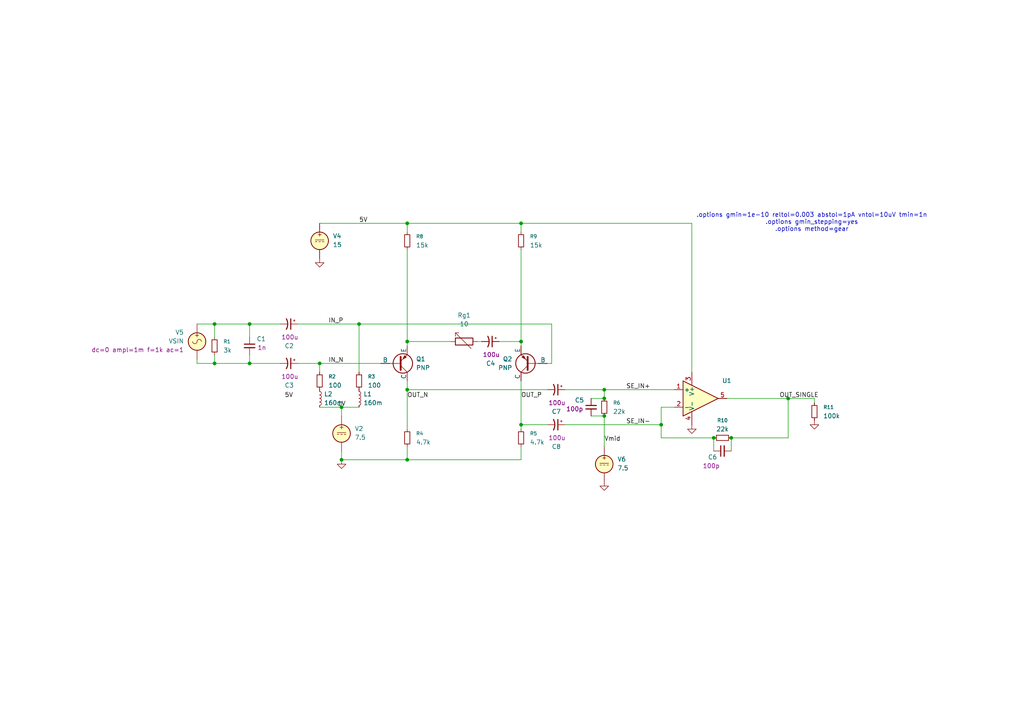
<source format=kicad_sch>
(kicad_sch (version 20250114) (generator "eeschema") (generator_version "9.0")
  (paper "A4")
  (lib_symbols
    (symbol "Device:L_Small" (pin_numbers (hide yes)) (pin_names (offset 0.254) (hide yes))
      (property "Reference" "L" (at 0.762 1.016 0))
      (property "Value" "L_Small" (at 0.762 -1.016 0))
      (symbol "L_Small_0_1"
        (arc (start 0 2.032) (mid 0.5058 1.524) (end 0 1.016))
        (arc (start 0 1.016) (mid 0.5058 0.508) (end 0 0))
        (arc (start 0 0) (mid 0.5058 -0.508) (end 0 -1.016))
        (arc (start 0 -1.016) (mid 0.5058 -1.524) (end 0 -2.032))
      )
      (symbol "L_Small_1_1"
        (pin passive line (at 0 2.54 270) (length 0.508) (name "~") (number "1"))
        (pin passive line (at 0 -2.54 90) (length 0.508) (name "~") (number "2"))
      )
    )
    (symbol "Device:R_Small" (pin_numbers (hide yes)) (pin_names (offset 0.254) (hide yes))
      (property "Reference" "R" (at 0 0 90))
      (property "Value" "R_Small" (at 1.778 0 90))
      (symbol "R_Small_0_1"
        (rectangle (start -0.762 1.778) (end 0.762 -1.778) (stroke (width 0.2032)))
      )
      (symbol "R_Small_1_1"
        (pin passive line (at 0 2.54 270) (length 0.762) (name "~") (number "1"))
        (pin passive line (at 0 -2.54 90) (length 0.762) (name "~") (number "2"))
      )
    )
    (symbol "Device:R_Variable" (pin_numbers (hide yes)) (pin_names (offset 0))
      (property "Reference" "R" (at 2.54 -2.54 90))
      (property "Value" "R_Variable" (at -2.54 -1.27 90))
      (symbol "R_Variable_0_1"
        (rectangle (start -1.016 -2.54) (end 1.016 2.54) (stroke (width 0.254)))
        (polyline (pts (xy 2.54 1.524) (xy 2.54 2.54) (xy 1.524 2.54) (xy 2.54 2.54) (xy -2.032 -2.032)))
      )
      (symbol "R_Variable_1_1"
        (pin passive line (at 0 3.81 270) (length 1.27) (name "~") (number "1"))
        (pin passive line (at 0 -3.81 90) (length 1.27) (name "~") (number "2"))
      )
    )
    (symbol "PCM_SparkFun-Capacitor:C_Polarized_Small" (pin_numbers (hide yes)) (pin_names (offset 0.254) (hide yes))
      (property "Reference" "C" (at 0.635 2.54 0))
      (property "Value" "C_Polarized_Small" (at 0.635 -2.54 0))
      (property "Voltage" "1kV" (at 0 -7.62 0))
      (property "Tolerance" "100%" (at 0 -10.16 0))
      (symbol "C_Polarized_Small_0_1"
        (polyline (pts (xy -1.524 0.508) (xy 1.524 0.508)) (stroke (width 0.3048)))
        (polyline (pts (xy -1.27 1.524) (xy -0.762 1.524)))
        (polyline (pts (xy -1.016 1.27) (xy -1.016 1.778)))
        (arc (start -1.524 -0.762) (mid 0 -0.3734) (end 1.524 -0.762) (stroke (width 0.3048)))
      )
      (symbol "C_Polarized_Small_1_1"
        (pin passive line (at 0 2.54 270) (length 2.032) (name "~") (number "1"))
        (pin passive line (at 0 -2.54 90) (length 2.032) (name "~") (number "2"))
      )
    )
    (symbol "PCM_SparkFun-Capacitor:C_Small" (pin_numbers (hide yes)) (pin_names (offset 0.254))
      (property "Reference" "C" (at 0.635 2.54 0))
      (property "Value" "C_Small" (at 0.635 -2.54 0))
      (property "Voltage" "1kV" (at 0 -6.35 0))
      (property "Tolerance" "100%" (at 0 -8.89 0))
      (symbol "C_Small_0_1"
        (polyline (pts (xy -1.524 0.508) (xy 1.524 0.508)) (stroke (width 0.3048)))
        (polyline (pts (xy -1.524 -0.508) (xy 1.524 -0.508)) (stroke (width 0.3302)))
      )
      (symbol "C_Small_1_1"
        (pin passive line (at 0 2.54 270) (length 2.032) (name "~") (number "1"))
        (pin passive line (at 0 -2.54 90) (length 2.032) (name "~") (number "2"))
      )
    )
    (symbol "Simulation_SPICE:OPAMP" (pin_names (offset 0.254))
      (property "Reference" "U" (at 3.81 3.175 0))
      (property "Value" "${SIM.PARAMS}" (at 3.81 -3.175 0))
      (symbol "OPAMP_0_1"
        (polyline (pts (xy 5.08 0) (xy -5.08 5.08) (xy -5.08 -5.08) (xy 5.08 0)) (stroke (width 0.254)) (fill (type background)))
      )
      (symbol "OPAMP_1_1"
        (pin input line (at -7.62 2.54 0) (length 2.54) (name "+") (number "1"))
        (pin input line (at -7.62 -2.54 0) (length 2.54) (name "-") (number "2"))
        (pin power_in line (at -2.54 7.62 270) (length 3.81) (name "V+") (number "3"))
        (pin power_in line (at -2.54 -7.62 90) (length 3.81) (name "V-") (number "4"))
        (pin output line (at 7.62 0 180) (length 2.54) (name "~") (number "5"))
      )
    )
    (symbol "Simulation_SPICE:PNP" (pin_numbers (hide yes)) (pin_names (offset 0))
      (property "Reference" "Q" (at -2.54 7.62 0))
      (property "Value" "PNP" (at -2.54 5.08 0))
      (symbol "PNP_0_1"
        (polyline (pts (xy -2.54 0) (xy 0.635 0)) (stroke (width 0.1524)))
        (polyline (pts (xy 0.635 1.905) (xy 0.635 -1.905) (xy 0.635 -1.905)) (stroke (width 0.508)))
        (polyline (pts (xy 0.635 0.635) (xy 2.54 2.54)))
        (polyline (pts (xy 0.635 -0.635) (xy 2.54 -2.54) (xy 2.54 -2.54)))
        (circle (center 1.27 0) (radius 2.8194) (stroke (width 0.254)))
        (polyline (pts (xy 2.286 -1.778) (xy 1.778 -2.286) (xy 1.27 -1.27) (xy 2.286 -1.778) (xy 2.286 -1.778)) (fill (type outline)))
      )
      (symbol "PNP_1_1"
        (pin input line (at -5.08 0 0) (length 2.54) (name "B") (number "2"))
        (pin open_collector line (at 2.54 5.08 270) (length 2.54) (name "C") (number "1"))
        (pin open_emitter line (at 2.54 -5.08 90) (length 2.54) (name "E") (number "3"))
      )
    )
    (symbol "Simulation_SPICE:VDC" (pin_numbers (hide yes)) (pin_names (offset 0.0254))
      (property "Reference" "V" (at 2.54 2.54 0))
      (property "Value" "1" (at 2.54 0 0))
      (symbol "VDC_0_0"
        (polyline (pts (xy -1.27 0.254) (xy 1.27 0.254)))
        (polyline (pts (xy -0.762 -0.254) (xy -1.27 -0.254)))
        (polyline (pts (xy 0.254 -0.254) (xy -0.254 -0.254)))
        (polyline (pts (xy 1.27 -0.254) (xy 0.762 -0.254)))
        (text "+" (at 0 1.905 0) (effects (font (size 1.27 1.27))))
      )
      (symbol "VDC_0_1"
        (circle (center 0 0) (radius 2.54) (stroke (width 0.254)) (fill (type background)))
      )
      (symbol "VDC_1_1"
        (pin passive line (at 0 5.08 270) (length 2.54) (name "~") (number "1"))
        (pin passive line (at 0 -5.08 90) (length 2.54) (name "~") (number "2"))
      )
    )
    (symbol "Simulation_SPICE:VSIN" (pin_numbers (hide yes)) (pin_names (offset 0.0254))
      (property "Reference" "V" (at 2.54 2.54 0))
      (property "Value" "VSIN" (at 2.54 0 0))
      (property "Sim.Params" "dc=0 ampl=1 f=1k ac=1" (at 2.54 -2.54 0))
      (symbol "VSIN_0_0"
        (arc (start -1.27 0) (mid -0.635 0.6323) (end 0 0))
        (arc (start 1.27 0) (mid 0.635 -0.6323) (end 0 0))
        (text "+" (at 0 1.905 0) (effects (font (size 1.27 1.27))))
      )
      (symbol "VSIN_0_1"
        (circle (center 0 0) (radius 2.54) (stroke (width 0.254)) (fill (type background)))
      )
      (symbol "VSIN_1_1"
        (pin passive line (at 0 5.08 270) (length 2.54) (name "~") (number "1"))
        (pin passive line (at 0 -5.08 90) (length 2.54) (name "~") (number "2"))
      )
    )
    (symbol "power:GND" (power) (pin_numbers (hide yes)) (pin_names (offset 0) (hide yes))
      (property "Value" "GND" (at 0 -3.81 0))
      (symbol "GND_0_1"
        (polyline (pts (xy 0 0) (xy 0 -1.27) (xy 1.27 -1.27) (xy 0 -2.54) (xy -1.27 -1.27) (xy 0 -1.27)))
      )
      (symbol "GND_1_1"
        (pin power_in line (at 0 0 270) (length 0) (name "~") (number "1"))
      )
    )
  )
  (text ".options gmin=1e-10 reltol=0.003 abstol=1pA vntol=10uV tmin=1n\n.options gmin_stepping=yes\n.options method=gear" (at 235.458 64.516 0) (effects (font (size 1.27 1.27))))
  (junction (at 151.13 99.06))
  (junction (at 175.26 120.65))
  (junction (at 175.26 113.03))
  (junction (at 228.6 115.57))
  (junction (at 92.71 105.41))
  (junction (at 99.06 133.35))
  (junction (at 99.06 118.11))
  (junction (at 151.13 123.19))
  (junction (at 118.11 99.06))
  (junction (at 118.11 133.35))
  (junction (at 62.23 93.98))
  (junction (at 175.26 115.57))
  (junction (at 72.39 93.98))
  (junction (at 62.23 105.41))
  (junction (at 151.13 64.77))
  (junction (at 212.09 127))
  (junction (at 104.14 93.98))
  (junction (at 191.77 123.19))
  (junction (at 118.11 64.77))
  (junction (at 207.01 127))
  (junction (at 72.39 105.41))
  (junction (at 118.11 113.03))
  (wire (pts (xy 86.36 105.41) (xy 92.71 105.41)))
  (wire (pts (xy 72.39 102.87) (xy 72.39 105.41)))
  (wire (pts (xy 210.82 115.57) (xy 228.6 115.57)))
  (wire (pts (xy 118.11 110.49) (xy 118.11 113.03)))
  (wire (pts (xy 151.13 110.49) (xy 151.13 123.19)))
  (wire (pts (xy 62.23 97.79) (xy 62.23 93.98)))
  (wire (pts (xy 228.6 115.57) (xy 236.22 115.57)))
  (wire (pts (xy 92.71 118.11) (xy 99.06 118.11)))
  (wire (pts (xy 228.6 127) (xy 228.6 115.57)))
  (wire (pts (xy 104.14 93.98) (xy 104.14 107.95)))
  (wire (pts (xy 57.15 104.14) (xy 57.15 105.41)))
  (wire (pts (xy 104.14 93.98) (xy 160.02 93.98)))
  (wire (pts (xy 72.39 97.79) (xy 72.39 93.98)))
  (wire (pts (xy 151.13 123.19) (xy 151.13 124.46)))
  (wire (pts (xy 86.36 93.98) (xy 104.14 93.98)))
  (wire (pts (xy 118.11 99.06) (xy 130.81 99.06)))
  (wire (pts (xy 191.77 123.19) (xy 191.77 127)))
  (wire (pts (xy 175.26 113.03) (xy 195.58 113.03)))
  (wire (pts (xy 212.09 127) (xy 212.09 130.81)))
  (wire (pts (xy 160.02 105.41) (xy 160.02 93.98)))
  (wire (pts (xy 163.83 113.03) (xy 175.26 113.03)))
  (wire (pts (xy 99.06 118.11) (xy 99.06 120.65)))
  (wire (pts (xy 151.13 64.77) (xy 200.66 64.77)))
  (wire (pts (xy 62.23 105.41) (xy 72.39 105.41)))
  (wire (pts (xy 163.83 123.19) (xy 191.77 123.19)))
  (wire (pts (xy 72.39 93.98) (xy 81.28 93.98)))
  (wire (pts (xy 175.26 113.03) (xy 175.26 115.57)))
  (wire (pts (xy 92.71 105.41) (xy 92.71 107.95)))
  (wire (pts (xy 200.66 64.77) (xy 200.66 107.95)))
  (wire (pts (xy 171.45 120.65) (xy 175.26 120.65)))
  (wire (pts (xy 118.11 133.35) (xy 151.13 133.35)))
  (wire (pts (xy 158.75 105.41) (xy 160.02 105.41)))
  (wire (pts (xy 72.39 105.41) (xy 81.28 105.41)))
  (wire (pts (xy 236.22 115.57) (xy 236.22 116.84)))
  (wire (pts (xy 99.06 118.11) (xy 104.14 118.11)))
  (wire (pts (xy 118.11 99.06) (xy 118.11 100.33)))
  (wire (pts (xy 151.13 72.39) (xy 151.13 99.06)))
  (wire (pts (xy 191.77 118.11) (xy 191.77 123.19)))
  (wire (pts (xy 118.11 113.03) (xy 158.75 113.03)))
  (wire (pts (xy 118.11 113.03) (xy 118.11 124.46)))
  (wire (pts (xy 92.71 105.41) (xy 110.49 105.41)))
  (wire (pts (xy 99.06 130.81) (xy 99.06 133.35)))
  (wire (pts (xy 144.78 99.06) (xy 151.13 99.06)))
  (wire (pts (xy 151.13 64.77) (xy 151.13 67.31)))
  (wire (pts (xy 175.26 120.65) (xy 175.26 129.54)))
  (wire (pts (xy 151.13 133.35) (xy 151.13 129.54)))
  (wire (pts (xy 191.77 127) (xy 207.01 127)))
  (wire (pts (xy 118.11 72.39) (xy 118.11 99.06)))
  (wire (pts (xy 57.15 105.41) (xy 62.23 105.41)))
  (wire (pts (xy 191.77 118.11) (xy 195.58 118.11)))
  (wire (pts (xy 118.11 64.77) (xy 151.13 64.77)))
  (wire (pts (xy 207.01 127) (xy 207.01 130.81)))
  (wire (pts (xy 139.7 99.06) (xy 138.43 99.06)))
  (wire (pts (xy 118.11 129.54) (xy 118.11 133.35)))
  (wire (pts (xy 118.11 64.77) (xy 118.11 67.31)))
  (wire (pts (xy 212.09 127) (xy 228.6 127)))
  (wire (pts (xy 57.15 93.98) (xy 62.23 93.98)))
  (wire (pts (xy 62.23 102.87) (xy 62.23 105.41)))
  (wire (pts (xy 92.71 64.77) (xy 118.11 64.77)))
  (wire (pts (xy 151.13 123.19) (xy 158.75 123.19)))
  (wire (pts (xy 171.45 115.57) (xy 175.26 115.57)))
  (wire (pts (xy 151.13 99.06) (xy 151.13 100.33)))
  (wire (pts (xy 62.23 93.98) (xy 72.39 93.98)))
  (wire (pts (xy 99.06 133.35) (xy 118.11 133.35)))
  (label "5V" (at 82.55 115.57 0))
  (label "SE_IN+" (at 181.61 113.03 0))
  (label "OUT_SINGLE" (at 226.06 115.57 0))
  (label "SE_IN-" (at 181.61 123.19 0))
  (label "IN_P" (at 95.25 93.98 0))
  (label "Vmid" (at 175.26 128.27 0))
  (label "5V" (at 104.14 64.77 0))
  (label "OUT_P" (at 151.13 115.57 0))
  (label "OUT_N" (at 118.11 115.57 0))
  (label "IN_N" (at 95.25 105.41 0))
  (label "1V" (at 97.79 118.11 0))
  (symbol (lib_id "Device:R_Variable") (at 134.62 99.06 90) (unit 1)
    (property "Reference" "Rg1" (at 134.62 91.44 90))
    (property "Value" "10" (at 134.62 93.98 90))
    (property "Description" "Variable resistor" (effects (hide yes)))
    (property "Sim.Device" "R" (effects (hide yes)))
    (property "Sim.Pins" "1=+ 2=-" (effects (hide yes)))
  )
  (symbol (lib_id "Device:R_Small") (at 151.13 127 0) (unit 1)
    (property "Reference" "R5" (at 153.67 125.7299 0) (effects (font (size 1.016 1.016)) (justify left)))
    (property "Value" "4.7k" (at 153.67 128.2699 0) (effects (justify left)))
    (property "Description" "Resistor, small symbol" (effects (hide yes)))
  )
  (symbol (lib_id "power:GND") (at 92.71 74.93 0) (unit 1)
    (property "Reference" "#PWR04" (effects (hide yes)))
    (property "Value" "GND" (effects (hide yes)))
    (property "Description" "Power symbol creates a global label with name \"GND\" , ground" (effects (hide yes)))
  )
  (symbol (lib_id "Simulation_SPICE:VSIN") (at 57.15 99.06 0) (mirror y) (unit 1)
    (property "Reference" "V5" (at 53.34 96.3901 0) (effects (justify left)))
    (property "Value" "VSIN" (at 53.34 98.9301 0) (effects (justify left)))
    (property "Datasheet" "https://ngspice.sourceforge.io/docs/ngspice-html-manual/manual.xhtml#sec_Independent_Sources_for" (effects (hide yes)))
    (property "Description" "Voltage source, sinusoidal" (effects (hide yes)))
    (property "Sim.Pins" "1=+ 2=-" (effects (hide yes)))
    (property "Sim.Params" "dc=0 ampl=1m f=1k ac=1" (at 53.34 101.4701 0) (effects (justify left)))
    (property "Sim.Type" "SIN" (effects (hide yes)))
    (property "Sim.Device" "V" (effects (hide yes)))
  )
  (symbol (lib_id "Device:L_Small") (at 92.71 115.57 0) (unit 1)
    (property "Reference" "L2" (at 93.98 114.2999 0) (effects (justify left)))
    (property "Value" "160m" (at 93.98 116.8399 0) (effects (justify left)))
    (property "Description" "Inductor, small symbol" (effects (hide yes)))
  )
  (symbol (lib_id "Device:R_Small") (at 118.11 127 0) (unit 1)
    (property "Reference" "R4" (at 120.65 125.7299 0) (effects (font (size 1.016 1.016)) (justify left)))
    (property "Value" "4.7k" (at 120.65 128.2699 0) (effects (justify left)))
    (property "Description" "Resistor, small symbol" (effects (hide yes)))
  )
  (symbol (lib_id "PCM_SparkFun-Capacitor:C_Polarized_Small") (at 142.24 99.06 270) (unit 1)
    (property "Reference" "C4" (at 142.3162 105.41 90))
    (property "Value" "100u" (effects (hide yes)))
    (property "Datasheet" "https://cdn.sparkfun.com/assets/8/a/4/a/5/Kemet_Capacitor_Datasheet.pdf" (effects (hide yes)))
    (property "Description" "Polarized capacitor, US symbol" (effects (hide yes)))
    (property "PROD_ID" "CAP-00000" (effects (hide yes)))
    (property "Voltage" "100u" (at 142.494 102.87 90))
    (property "Tolerance" "100%" (effects (hide yes)))
  )
  (symbol (lib_id "power:GND") (at 175.26 139.7 0) (unit 1)
    (property "Reference" "#PWR09" (effects (hide yes)))
    (property "Value" "GND" (effects (hide yes)))
    (property "Description" "Power symbol creates a global label with name \"GND\" , ground" (effects (hide yes)))
  )
  (symbol (lib_id "PCM_SparkFun-Capacitor:C_Polarized_Small") (at 83.82 105.41 270) (unit 1)
    (property "Reference" "C3" (at 83.8962 111.76 90))
    (property "Value" "100u" (effects (hide yes)))
    (property "Datasheet" "https://cdn.sparkfun.com/assets/8/a/4/a/5/Kemet_Capacitor_Datasheet.pdf" (effects (hide yes)))
    (property "Description" "Polarized capacitor, US symbol" (effects (hide yes)))
    (property "PROD_ID" "CAP-00000" (effects (hide yes)))
    (property "Voltage" "100u" (at 84.074 109.22 90))
    (property "Tolerance" "100%" (effects (hide yes)))
  )
  (symbol (lib_id "PCM_SparkFun-Capacitor:C_Polarized_Small") (at 161.29 113.03 270) (unit 1)
    (property "Reference" "C7" (at 161.3662 119.38 90))
    (property "Value" "100u" (effects (hide yes)))
    (property "Datasheet" "https://cdn.sparkfun.com/assets/8/a/4/a/5/Kemet_Capacitor_Datasheet.pdf" (effects (hide yes)))
    (property "Description" "Polarized capacitor, US symbol" (effects (hide yes)))
    (property "PROD_ID" "CAP-00000" (effects (hide yes)))
    (property "Voltage" "100u" (at 161.544 116.84 90))
    (property "Tolerance" "100%" (effects (hide yes)))
  )
  (symbol (lib_id "Device:R_Small") (at 209.55 127 90) (unit 1)
    (property "Reference" "R10" (at 209.55 121.92 90) (effects (font (size 1.016 1.016))))
    (property "Value" "22k" (at 209.55 124.46 90))
    (property "Description" "Resistor, small symbol" (effects (hide yes)))
  )
  (symbol (lib_id "Simulation_SPICE:VDC") (at 92.71 69.85 0) (unit 1)
    (property "Reference" "V4" (at 96.52 68.4501 0) (effects (justify left)))
    (property "Value" "15" (at 96.52 70.9901 0) (effects (justify left)))
    (property "Datasheet" "https://ngspice.sourceforge.io/docs/ngspice-html-manual/manual.xhtml#sec_Independent_Sources_for" (effects (hide yes)))
    (property "Description" "Voltage source, DC" (effects (hide yes)))
    (property "Sim.Pins" "1=+ 2=-" (effects (hide yes)))
    (property "Sim.Type" "DC" (effects (hide yes)))
    (property "Sim.Device" "V" (effects (hide yes)))
  )
  (symbol (lib_id "Device:R_Small") (at 92.71 110.49 0) (unit 1)
    (property "Reference" "R2" (at 95.25 109.2199 0) (effects (font (size 1.016 1.016)) (justify left)))
    (property "Value" "100" (at 95.25 111.7599 0) (effects (justify left)))
    (property "Description" "Resistor, small symbol" (effects (hide yes)))
  )
  (symbol (lib_id "power:GND") (at 236.22 121.92 0) (unit 1)
    (property "Reference" "#PWR07" (effects (hide yes)))
    (property "Value" "GND" (effects (hide yes)))
    (property "Description" "Power symbol creates a global label with name \"GND\" , ground" (effects (hide yes)))
  )
  (symbol (lib_id "PCM_SparkFun-Capacitor:C_Polarized_Small") (at 161.29 123.19 270) (unit 1)
    (property "Reference" "C8" (at 161.3662 129.54 90))
    (property "Value" "100u" (effects (hide yes)))
    (property "Datasheet" "https://cdn.sparkfun.com/assets/8/a/4/a/5/Kemet_Capacitor_Datasheet.pdf" (effects (hide yes)))
    (property "Description" "Polarized capacitor, US symbol" (effects (hide yes)))
    (property "PROD_ID" "CAP-00000" (effects (hide yes)))
    (property "Voltage" "100u" (at 161.544 127 90))
    (property "Tolerance" "100%" (effects (hide yes)))
  )
  (symbol (lib_id "Device:R_Small") (at 236.22 119.38 0) (unit 1)
    (property "Reference" "R11" (at 238.76 118.1099 0) (effects (font (size 1.016 1.016)) (justify left)))
    (property "Value" "100k" (at 238.76 120.6499 0) (effects (justify left)))
    (property "Description" "Resistor, small symbol" (effects (hide yes)))
  )
  (symbol (lib_id "Simulation_SPICE:PNP") (at 115.57 105.41 0) (mirror x) (unit 1)
    (property "Reference" "Q1" (at 120.65 104.1399 0) (effects (justify left)))
    (property "Value" "PNP" (at 120.65 106.6799 0) (effects (justify left)))
    (property "Datasheet" "https://ngspice.sourceforge.io/docs/ngspice-html-manual/manual.xhtml#cha_BJTs" (effects (hide yes)))
    (property "Description" "Bipolar transistor symbol for simulation only, substrate tied to the emitter" (effects (hide yes)))
    (property "Sim.Device" "PNP" (effects (hide yes)))
    (property "Sim.Type" "GUMMELPOON" (effects (hide yes)))
    (property "Sim.Pins" "1=C 2=B 3=E" (effects (hide yes)))
  )
  (symbol (lib_id "power:GND") (at 99.06 133.35 0) (unit 1)
    (property "Reference" "#PWR02" (effects (hide yes)))
    (property "Value" "GND" (effects (hide yes)))
    (property "Description" "Power symbol creates a global label with name \"GND\" , ground" (effects (hide yes)))
  )
  (symbol (lib_id "PCM_SparkFun-Capacitor:C_Small") (at 171.45 118.11 0) (mirror y) (unit 1)
    (property "Reference" "C5" (at 169.418 116.078 0) (effects (justify left)))
    (property "Value" "1n" (effects (hide yes)))
    (property "Footprint" "PCM_SparkFun-Capacitor:C_0603_1608Metric" (effects (hide yes)))
    (property "Datasheet" "https://cdn.sparkfun.com/assets/8/a/4/a/5/Kemet_Capacitor_Datasheet.pdf" (effects (hide yes)))
    (property "Description" "Unpolarized capacitor" (effects (hide yes)))
    (property "PROD_ID" "CAP-00000" (effects (hide yes)))
    (property "Voltage" "100p" (at 169.164 118.618 0) (effects (justify left)))
    (property "Tolerance" "100%" (effects (hide yes)))
  )
  (symbol (lib_id "Device:R_Small") (at 118.11 69.85 180) (unit 1)
    (property "Reference" "R8" (at 120.65 68.5799 0) (effects (font (size 1.016 1.016)) (justify right)))
    (property "Value" "15k" (at 120.65 71.1199 0) (effects (justify right)))
    (property "Description" "Resistor, small symbol" (effects (hide yes)))
  )
  (symbol (lib_id "Device:R_Small") (at 175.26 118.11 0) (unit 1)
    (property "Reference" "R6" (at 177.8 116.8399 0) (effects (font (size 1.016 1.016)) (justify left)))
    (property "Value" "22k" (at 177.8 119.3799 0) (effects (justify left)))
    (property "Description" "Resistor, small symbol" (effects (hide yes)))
  )
  (symbol (lib_id "PCM_SparkFun-Capacitor:C_Polarized_Small") (at 83.82 93.98 270) (unit 1)
    (property "Reference" "C2" (at 83.8962 100.33 90))
    (property "Value" "100u" (effects (hide yes)))
    (property "Datasheet" "https://cdn.sparkfun.com/assets/8/a/4/a/5/Kemet_Capacitor_Datasheet.pdf" (effects (hide yes)))
    (property "Description" "Polarized capacitor, US symbol" (effects (hide yes)))
    (property "PROD_ID" "CAP-00000" (effects (hide yes)))
    (property "Voltage" "100u" (at 84.074 97.79 90))
    (property "Tolerance" "100%" (effects (hide yes)))
  )
  (symbol (lib_id "Device:R_Small") (at 151.13 69.85 180) (unit 1)
    (property "Reference" "R9" (at 153.67 68.5799 0) (effects (font (size 1.016 1.016)) (justify right)))
    (property "Value" "15k" (at 153.67 71.1199 0) (effects (justify right)))
    (property "Description" "Resistor, small symbol" (effects (hide yes)))
  )
  (symbol (lib_id "Simulation_SPICE:VDC") (at 175.26 134.62 0) (unit 1)
    (property "Reference" "V6" (at 179.07 133.2201 0) (effects (justify left)))
    (property "Value" "7.5" (at 179.07 135.7601 0) (effects (justify left)))
    (property "Datasheet" "https://ngspice.sourceforge.io/docs/ngspice-html-manual/manual.xhtml#sec_Independent_Sources_for" (effects (hide yes)))
    (property "Description" "Voltage source, DC" (effects (hide yes)))
    (property "Sim.Pins" "1=+ 2=-" (effects (hide yes)))
    (property "Sim.Type" "DC" (effects (hide yes)))
    (property "Sim.Device" "V" (effects (hide yes)))
  )
  (symbol (lib_id "Device:R_Small") (at 104.14 110.49 0) (unit 1)
    (property "Reference" "R3" (at 106.68 109.2199 0) (effects (font (size 1.016 1.016)) (justify left)))
    (property "Value" "100" (at 106.68 111.7599 0) (effects (justify left)))
    (property "Description" "Resistor, small symbol" (effects (hide yes)))
  )
  (symbol (lib_id "Simulation_SPICE:VDC") (at 99.06 125.73 0) (unit 1)
    (property "Reference" "V2" (at 102.87 124.3301 0) (effects (justify left)))
    (property "Value" "7.5" (at 102.87 126.8701 0) (effects (justify left)))
    (property "Datasheet" "https://ngspice.sourceforge.io/docs/ngspice-html-manual/manual.xhtml#sec_Independent_Sources_for" (effects (hide yes)))
    (property "Description" "Voltage source, DC" (effects (hide yes)))
    (property "Sim.Pins" "1=+ 2=-" (effects (hide yes)))
    (property "Sim.Type" "DC" (effects (hide yes)))
    (property "Sim.Device" "V" (effects (hide yes)))
  )
  (symbol (lib_id "Simulation_SPICE:OPAMP") (at 203.2 115.57 0) (unit 1)
    (property "Reference" "U1" (at 210.82 110.4198 0))
    (property "Value" "${SIM.PARAMS}" (at 210.82 112.3249 0))
    (property "Datasheet" "https://ngspice.sourceforge.io/docs/ngspice-html-manual/manual.xhtml#sec__SUBCKT_Subcircuits" (effects (hide yes)))
    (property "Description" "Operational amplifier, single" (effects (hide yes)))
    (property "Sim.Pins" "1=in+ 2=in- 3=vcc 4=vee 5=out" (effects (hide yes)))
    (property "Sim.Device" "SUBCKT" (effects (hide yes)))
    (property "Sim.Library" "${KICAD9_SYMBOL_DIR}/Simulation_SPICE.sp" (effects (hide yes)))
    (property "Sim.Name" "kicad_builtin_opamp" (effects (hide yes)))
  )
  (symbol (lib_id "Device:L_Small") (at 104.14 115.57 0) (unit 1)
    (property "Reference" "L1" (at 105.41 114.2999 0) (effects (justify left)))
    (property "Value" "160m" (at 105.41 116.8399 0) (effects (justify left)))
    (property "Description" "Inductor, small symbol" (effects (hide yes)))
  )
  (symbol (lib_id "Simulation_SPICE:PNP") (at 153.67 105.41 180) (unit 1)
    (property "Reference" "Q2" (at 148.59 104.1399 0) (effects (justify left)))
    (property "Value" "PNP" (at 148.59 106.6799 0) (effects (justify left)))
    (property "Datasheet" "https://ngspice.sourceforge.io/docs/ngspice-html-manual/manual.xhtml#cha_BJTs" (effects (hide yes)))
    (property "Description" "Bipolar transistor symbol for simulation only, substrate tied to the emitter" (effects (hide yes)))
    (property "Sim.Device" "PNP" (effects (hide yes)))
    (property "Sim.Type" "GUMMELPOON" (effects (hide yes)))
    (property "Sim.Pins" "1=C 2=B 3=E" (effects (hide yes)))
  )
  (symbol (lib_id "PCM_SparkFun-Capacitor:C_Small") (at 209.55 130.81 90) (mirror x) (unit 1)
    (property "Reference" "C6" (at 208.026 132.588 90) (effects (justify left)))
    (property "Value" "1n" (effects (hide yes)))
    (property "Footprint" "PCM_SparkFun-Capacitor:C_0603_1608Metric" (effects (hide yes)))
    (property "Datasheet" "https://cdn.sparkfun.com/assets/8/a/4/a/5/Kemet_Capacitor_Datasheet.pdf" (effects (hide yes)))
    (property "Description" "Unpolarized capacitor" (effects (hide yes)))
    (property "PROD_ID" "CAP-00000" (effects (hide yes)))
    (property "Voltage" "100p" (at 208.788 135.128 90) (effects (justify left)))
    (property "Tolerance" "100%" (effects (hide yes)))
  )
  (symbol (lib_id "Device:R_Small") (at 62.23 100.33 0) (unit 1)
    (property "Reference" "R1" (at 64.77 99.0599 0) (effects (font (size 1.016 1.016)) (justify left)))
    (property "Value" "3k" (at 64.77 101.5999 0) (effects (justify left)))
    (property "Description" "Resistor, small symbol" (effects (hide yes)))
  )
  (symbol (lib_id "power:GND") (at 200.66 123.19 0) (unit 1)
    (property "Reference" "#PWR06" (effects (hide yes)))
    (property "Value" "GND" (effects (hide yes)))
    (property "Description" "Power symbol creates a global label with name \"GND\" , ground" (effects (hide yes)))
  )
  (symbol (lib_id "PCM_SparkFun-Capacitor:C_Small") (at 72.39 100.33 0) (unit 1)
    (property "Reference" "C1" (at 74.422 98.298 0) (effects (justify left)))
    (property "Value" "1n" (effects (hide yes)))
    (property "Footprint" "PCM_SparkFun-Capacitor:C_0603_1608Metric" (effects (hide yes)))
    (property "Datasheet" "https://cdn.sparkfun.com/assets/8/a/4/a/5/Kemet_Capacitor_Datasheet.pdf" (effects (hide yes)))
    (property "Description" "Unpolarized capacitor" (effects (hide yes)))
    (property "PROD_ID" "CAP-00000" (effects (hide yes)))
    (property "Voltage" "1n" (at 74.676 100.838 0) (effects (justify left)))
    (property "Tolerance" "100%" (effects (hide yes)))
  )
)
</source>
